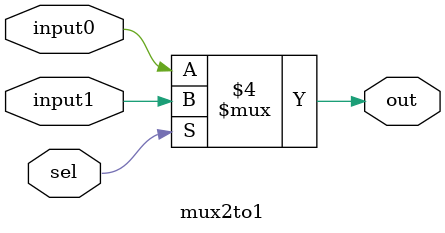
<source format=v>
module mux2to1(input wire input0, input1, sel, 
               output reg out);
  
  always@(input0 or input1 or sel)begin
      if (sel == 1'b0)
      begin
        out = input0;
      end
      else 
      begin
        out = input1;
      end
    end
      
endmodule

</source>
